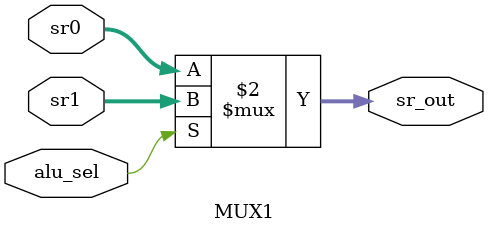
<source format=v>
`timescale 1ns / 1ps
module MUX1(
    input [31:0] sr0,
    input [31:0] sr1,
    input alu_sel,
    output [31:0] sr_out
);
assign sr_out = (alu_sel == 1'b0) ? sr0 : sr1;
endmodule

</source>
